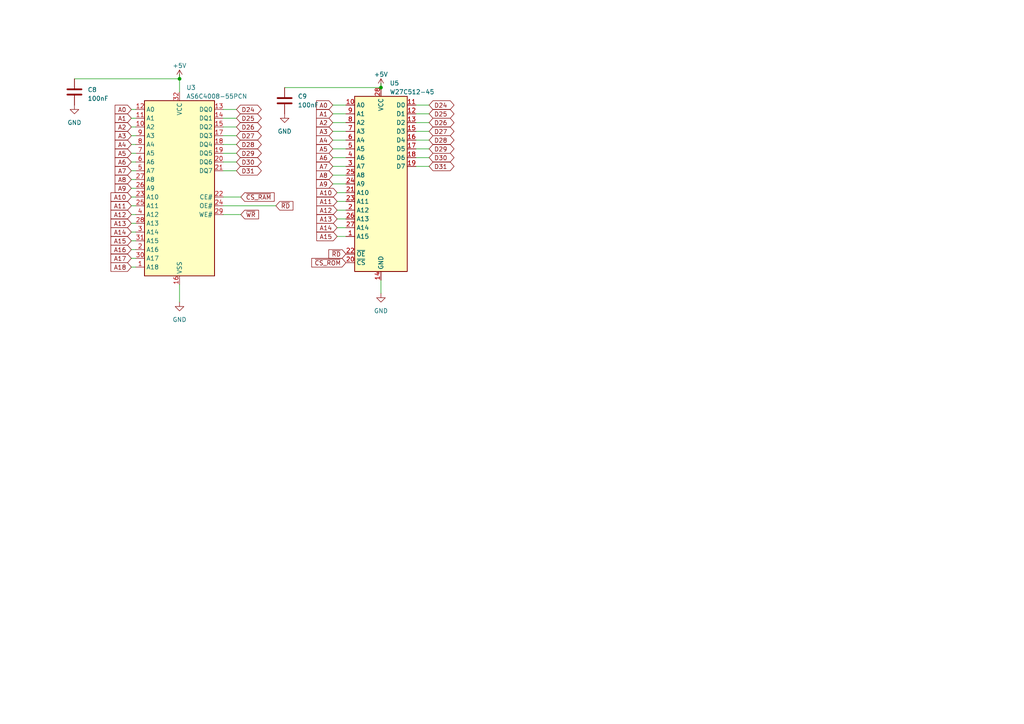
<source format=kicad_sch>
(kicad_sch (version 20230121) (generator eeschema)
  (paper "A4")
  (title_block (title "EC020-SBC") (date "2023-11-23") (rev "V0.12") (company "SVDW") (comment 1 "ROM + RAM"))
  (lib_symbols
    (symbol "Device:C" (pin_numbers hide) (pin_names (offset 0.254))
      (property "Reference" "C" (at 0.635 2.54 0))
      (property "Value" "C" (at 0.635 -2.54 0))
      (symbol "C_0_1"
        (polyline (pts (xy -2.032 -0.762) (xy 2.032 -0.762)) (stroke (width 0.508)))
        (polyline (pts (xy -2.032 0.762) (xy 2.032 0.762)) (stroke (width 0.508)))
      )
      (symbol "C_1_1"
        (pin passive line (at 0 3.81 270) (length 2.794) (name "~") (number "1"))
        (pin passive line (at 0 -3.81 90) (length 2.794) (name "~") (number "2"))
      )
    )
    (symbol "Memory_RAM:AS6C4008-55PCN"
      (property "Reference" "U" (at -10.16 26.035 0))
      (property "Value" "AS6C4008-55PCN" (at 2.54 26.035 0))
      (symbol "AS6C4008-55PCN_0_0"
        (pin power_in line (at 0 -27.94 90) (length 2.54) (name "VSS") (number "16"))
        (pin power_in line (at 0 27.94 270) (length 2.54) (name "VCC") (number "32"))
      )
      (symbol "AS6C4008-55PCN_0_1"
        (rectangle (start -10.16 25.4) (end 10.16 -25.4) (stroke (width 0.254)) (fill (type background)))
      )
      (symbol "AS6C4008-55PCN_1_1"
        (pin input line (at -12.7 -22.86 0) (length 2.54) (name "A18") (number "1"))
        (pin input line (at -12.7 17.78 0) (length 2.54) (name "A2") (number "10"))
        (pin input line (at -12.7 20.32 0) (length 2.54) (name "A1") (number "11"))
        (pin input line (at -12.7 22.86 0) (length 2.54) (name "A0") (number "12"))
        (pin tri_state line (at 12.7 22.86 180) (length 2.54) (name "DQ0") (number "13"))
        (pin tri_state line (at 12.7 20.32 180) (length 2.54) (name "DQ1") (number "14"))
        (pin tri_state line (at 12.7 17.78 180) (length 2.54) (name "DQ2") (number "15"))
        (pin tri_state line (at 12.7 15.24 180) (length 2.54) (name "DQ3") (number "17"))
        (pin tri_state line (at 12.7 12.7 180) (length 2.54) (name "DQ4") (number "18"))
        (pin tri_state line (at 12.7 10.16 180) (length 2.54) (name "DQ5") (number "19"))
        (pin input line (at -12.7 -17.78 0) (length 2.54) (name "A16") (number "2"))
        (pin tri_state line (at 12.7 7.62 180) (length 2.54) (name "DQ6") (number "20"))
        (pin tri_state line (at 12.7 5.08 180) (length 2.54) (name "DQ7") (number "21"))
        (pin input line (at 12.7 -2.54 180) (length 2.54) (name "CE#") (number "22"))
        (pin input line (at -12.7 -2.54 0) (length 2.54) (name "A10") (number "23"))
        (pin input line (at 12.7 -5.08 180) (length 2.54) (name "OE#") (number "24"))
        (pin input line (at -12.7 -5.08 0) (length 2.54) (name "A11") (number "25"))
        (pin input line (at -12.7 0 0) (length 2.54) (name "A9") (number "26"))
        (pin input line (at -12.7 2.54 0) (length 2.54) (name "A8") (number "27"))
        (pin input line (at -12.7 -10.16 0) (length 2.54) (name "A13") (number "28"))
        (pin input line (at 12.7 -7.62 180) (length 2.54) (name "WE#") (number "29"))
        (pin input line (at -12.7 -12.7 0) (length 2.54) (name "A14") (number "3"))
        (pin input line (at -12.7 -20.32 0) (length 2.54) (name "A17") (number "30"))
        (pin input line (at -12.7 -15.24 0) (length 2.54) (name "A15") (number "31"))
        (pin input line (at -12.7 -7.62 0) (length 2.54) (name "A12") (number "4"))
        (pin input line (at -12.7 5.08 0) (length 2.54) (name "A7") (number "5"))
        (pin input line (at -12.7 7.62 0) (length 2.54) (name "A6") (number "6"))
        (pin input line (at -12.7 10.16 0) (length 2.54) (name "A5") (number "7"))
        (pin input line (at -12.7 12.7 0) (length 2.54) (name "A4") (number "8"))
        (pin input line (at -12.7 15.24 0) (length 2.54) (name "A3") (number "9"))
      )
    )
    (symbol "SVW_custom_lib:W27C512"
      (property "Reference" "U" (at 0 0 0))
      (symbol "W27C512_1_1"
        (rectangle (start -6.35 27.94) (end 8.89 -22.86) (stroke (width 0.254)) (fill (type background)))
        (pin input line (at -8.89 -12.7 0) (length 2.54) (name "A15") (number "1"))
        (pin input line (at -8.89 25.4 0) (length 2.54) (name "A0") (number "10"))
        (pin tri_state line (at 11.43 25.4 180) (length 2.54) (name "D0") (number "11"))
        (pin tri_state line (at 11.43 22.86 180) (length 2.54) (name "D1") (number "12"))
        (pin tri_state line (at 11.43 20.32 180) (length 2.54) (name "D2") (number "13"))
        (pin power_in line (at 1.27 -25.4 90) (length 2.54) (name "GND") (number "14"))
        (pin tri_state line (at 11.43 17.78 180) (length 2.54) (name "D3") (number "15"))
        (pin tri_state line (at 11.43 15.24 180) (length 2.54) (name "D4") (number "16"))
        (pin tri_state line (at 11.43 12.7 180) (length 2.54) (name "D5") (number "17"))
        (pin tri_state line (at 11.43 10.16 180) (length 2.54) (name "D6") (number "18"))
        (pin tri_state line (at 11.43 7.62 180) (length 2.54) (name "D7") (number "19"))
        (pin input line (at -8.89 -5.08 0) (length 2.54) (name "A12") (number "2"))
        (pin input line (at -8.89 -20.32 0) (length 2.54) (name "~{CS}") (number "20"))
        (pin input line (at -8.89 0 0) (length 2.54) (name "A10") (number "21"))
        (pin input line (at -8.89 -17.78 0) (length 2.54) (name "~{OE}") (number "22"))
        (pin input line (at -8.89 -2.54 0) (length 2.54) (name "A11") (number "23"))
        (pin input line (at -8.89 2.54 0) (length 2.54) (name "A9") (number "24"))
        (pin input line (at -8.89 5.08 0) (length 2.54) (name "A8") (number "25"))
        (pin input line (at -8.89 -7.62 0) (length 2.54) (name "A13") (number "26"))
        (pin input line (at -8.89 -10.16 0) (length 2.54) (name "A14") (number "27"))
        (pin power_in line (at 1.27 30.48 270) (length 2.54) (name "VCC") (number "28"))
        (pin input line (at -8.89 7.62 0) (length 2.54) (name "A7") (number "3"))
        (pin input line (at -8.89 10.16 0) (length 2.54) (name "A6") (number "4"))
        (pin input line (at -8.89 12.7 0) (length 2.54) (name "A5") (number "5"))
        (pin input line (at -8.89 15.24 0) (length 2.54) (name "A4") (number "6"))
        (pin input line (at -8.89 17.78 0) (length 2.54) (name "A3") (number "7"))
        (pin input line (at -8.89 20.32 0) (length 2.54) (name "A2") (number "8"))
        (pin input line (at -8.89 22.86 0) (length 2.54) (name "A1") (number "9"))
      )
    )
    (symbol "power:+5V" (power) (pin_names (offset 0))
      (property "Value" "+5V" (at 0 3.556 0))
      (symbol "+5V_0_1"
        (polyline (pts (xy -0.762 1.27) (xy 0 2.54)))
        (polyline (pts (xy 0 0) (xy 0 2.54)))
        (polyline (pts (xy 0 2.54) (xy 0.762 1.27)))
      )
      (symbol "+5V_1_1"
        (pin power_in line (at 0 0 90) (length 0) hide (name "+5V") (number "1"))
      )
    )
    (symbol "power:GND" (power) (pin_names (offset 0))
      (property "Value" "GND" (at 0 -3.81 0))
      (symbol "GND_0_1"
        (polyline (pts (xy 0 0) (xy 0 -1.27) (xy 1.27 -1.27) (xy 0 -2.54) (xy -1.27 -1.27) (xy 0 -1.27)))
      )
      (symbol "GND_1_1"
        (pin power_in line (at 0 0 270) (length 0) hide (name "GND") (number "1"))
      )
    )
  )
  (junction (at 52.07 22.86))
  (junction (at 110.49 25.4))
  (wire (pts (xy 96.52 48.26) (xy 100.33 48.26)))
  (wire (pts (xy 38.1 54.61) (xy 39.37 54.61)))
  (wire (pts (xy 64.77 57.15) (xy 69.85 57.15)))
  (wire (pts (xy 52.07 82.55) (xy 52.07 87.63)))
  (wire (pts (xy 38.1 67.31) (xy 39.37 67.31)))
  (wire (pts (xy 82.55 25.4) (xy 110.49 25.4)))
  (wire (pts (xy 64.77 59.69) (xy 80.01 59.69)))
  (wire (pts (xy 38.1 57.15) (xy 39.37 57.15)))
  (wire (pts (xy 64.77 62.23) (xy 69.85 62.23)))
  (wire (pts (xy 97.79 55.88) (xy 100.33 55.88)))
  (wire (pts (xy 96.52 43.18) (xy 100.33 43.18)))
  (wire (pts (xy 38.1 49.53) (xy 39.37 49.53)))
  (wire (pts (xy 110.49 24.13) (xy 110.49 25.4)))
  (wire (pts (xy 38.1 62.23) (xy 39.37 62.23)))
  (wire (pts (xy 38.1 59.69) (xy 39.37 59.69)))
  (wire (pts (xy 64.77 34.29) (xy 68.58 34.29)))
  (wire (pts (xy 97.79 60.96) (xy 100.33 60.96)))
  (wire (pts (xy 52.07 22.86) (xy 52.07 26.67)))
  (wire (pts (xy 38.1 52.07) (xy 39.37 52.07)))
  (wire (pts (xy 120.65 38.1) (xy 124.46 38.1)))
  (wire (pts (xy 64.77 41.91) (xy 68.58 41.91)))
  (wire (pts (xy 64.77 49.53) (xy 68.58 49.53)))
  (wire (pts (xy 38.1 74.93) (xy 39.37 74.93)))
  (wire (pts (xy 21.59 22.86) (xy 52.07 22.86)))
  (wire (pts (xy 64.77 46.99) (xy 68.58 46.99)))
  (wire (pts (xy 96.52 53.34) (xy 100.33 53.34)))
  (wire (pts (xy 38.1 31.75) (xy 39.37 31.75)))
  (wire (pts (xy 120.65 40.64) (xy 124.46 40.64)))
  (wire (pts (xy 64.77 31.75) (xy 68.58 31.75)))
  (wire (pts (xy 96.52 35.56) (xy 100.33 35.56)))
  (wire (pts (xy 38.1 77.47) (xy 39.37 77.47)))
  (wire (pts (xy 96.52 38.1) (xy 100.33 38.1)))
  (wire (pts (xy 64.77 39.37) (xy 68.58 39.37)))
  (wire (pts (xy 38.1 36.83) (xy 39.37 36.83)))
  (wire (pts (xy 96.52 50.8) (xy 100.33 50.8)))
  (wire (pts (xy 120.65 48.26) (xy 124.46 48.26)))
  (wire (pts (xy 38.1 64.77) (xy 39.37 64.77)))
  (wire (pts (xy 110.49 81.28) (xy 110.49 85.09)))
  (wire (pts (xy 97.79 63.5) (xy 100.33 63.5)))
  (wire (pts (xy 120.65 30.48) (xy 124.46 30.48)))
  (wire (pts (xy 38.1 41.91) (xy 39.37 41.91)))
  (wire (pts (xy 38.1 72.39) (xy 39.37 72.39)))
  (wire (pts (xy 97.79 66.04) (xy 100.33 66.04)))
  (wire (pts (xy 96.52 33.02) (xy 100.33 33.02)))
  (wire (pts (xy 38.1 46.99) (xy 39.37 46.99)))
  (wire (pts (xy 96.52 45.72) (xy 100.33 45.72)))
  (wire (pts (xy 96.52 30.48) (xy 100.33 30.48)))
  (wire (pts (xy 97.79 58.42) (xy 100.33 58.42)))
  (wire (pts (xy 38.1 44.45) (xy 39.37 44.45)))
  (wire (pts (xy 120.65 43.18) (xy 124.46 43.18)))
  (wire (pts (xy 96.52 40.64) (xy 100.33 40.64)))
  (wire (pts (xy 38.1 34.29) (xy 39.37 34.29)))
  (wire (pts (xy 64.77 36.83) (xy 68.58 36.83)))
  (wire (pts (xy 120.65 33.02) (xy 124.46 33.02)))
  (wire (pts (xy 38.1 69.85) (xy 39.37 69.85)))
  (wire (pts (xy 120.65 35.56) (xy 124.46 35.56)))
  (wire (pts (xy 52.07 21.59) (xy 52.07 22.86)))
  (wire (pts (xy 97.79 68.58) (xy 100.33 68.58)))
  (wire (pts (xy 120.65 45.72) (xy 124.46 45.72)))
  (wire (pts (xy 64.77 44.45) (xy 68.58 44.45)))
  (wire (pts (xy 38.1 39.37) (xy 39.37 39.37)))
  (global_label "A9" (shape input) (at 96.52 53.34 180) (property "Intersheetrefs" "${INTERSHEET_REFS}" (effects hide)))
  (global_label "D30" (shape bidirectional) (at 124.46 45.72 0) (property "Intersheetrefs" "${INTERSHEET_REFS}" (effects hide)))
  (global_label "D31" (shape bidirectional) (at 68.58 49.53 0) (property "Intersheetrefs" "${INTERSHEET_REFS}" (effects hide)))
  (global_label "~{WR}" (shape input) (at 69.85 62.23 0) (property "Intersheetrefs" "${INTERSHEET_REFS}" (effects hide)))
  (global_label "D31" (shape bidirectional) (at 124.46 48.26 0) (property "Intersheetrefs" "${INTERSHEET_REFS}" (effects hide)))
  (global_label "A7" (shape input) (at 96.52 48.26 180) (property "Intersheetrefs" "${INTERSHEET_REFS}" (effects hide)))
  (global_label "A6" (shape input) (at 96.52 45.72 180) (property "Intersheetrefs" "${INTERSHEET_REFS}" (effects hide)))
  (global_label "A5" (shape input) (at 96.52 43.18 180) (property "Intersheetrefs" "${INTERSHEET_REFS}" (effects hide)))
  (global_label "~{CS_ROM}" (shape input) (at 100.33 76.2 180) (property "Intersheetrefs" "${INTERSHEET_REFS}" (effects hide)))
  (global_label "A0" (shape input) (at 38.1 31.75 180) (property "Intersheetrefs" "${INTERSHEET_REFS}" (effects hide)))
  (global_label "A10" (shape input) (at 97.79 55.88 180) (property "Intersheetrefs" "${INTERSHEET_REFS}" (effects hide)))
  (global_label "A12" (shape input) (at 97.79 60.96 180) (property "Intersheetrefs" "${INTERSHEET_REFS}" (effects hide)))
  (global_label "A4" (shape input) (at 96.52 40.64 180) (property "Intersheetrefs" "${INTERSHEET_REFS}" (effects hide)))
  (global_label "D29" (shape bidirectional) (at 68.58 44.45 0) (property "Intersheetrefs" "${INTERSHEET_REFS}" (effects hide)))
  (global_label "A8" (shape input) (at 96.52 50.8 180) (property "Intersheetrefs" "${INTERSHEET_REFS}" (effects hide)))
  (global_label "A1" (shape input) (at 96.52 33.02 180) (property "Intersheetrefs" "${INTERSHEET_REFS}" (effects hide)))
  (global_label "A13" (shape input) (at 38.1 64.77 180) (property "Intersheetrefs" "${INTERSHEET_REFS}" (effects hide)))
  (global_label "~{RD}" (shape input) (at 100.33 73.66 180) (property "Intersheetrefs" "${INTERSHEET_REFS}" (effects hide)))
  (global_label "~{CS_RAM}" (shape input) (at 69.85 57.15 0) (property "Intersheetrefs" "${INTERSHEET_REFS}" (effects hide)))
  (global_label "A13" (shape input) (at 97.79 63.5 180) (property "Intersheetrefs" "${INTERSHEET_REFS}" (effects hide)))
  (global_label "A10" (shape input) (at 38.1 57.15 180) (property "Intersheetrefs" "${INTERSHEET_REFS}" (effects hide)))
  (global_label "D30" (shape bidirectional) (at 68.58 46.99 0) (property "Intersheetrefs" "${INTERSHEET_REFS}" (effects hide)))
  (global_label "A15" (shape input) (at 38.1 69.85 180) (property "Intersheetrefs" "${INTERSHEET_REFS}" (effects hide)))
  (global_label "A4" (shape input) (at 38.1 41.91 180) (property "Intersheetrefs" "${INTERSHEET_REFS}" (effects hide)))
  (global_label "A9" (shape input) (at 38.1 54.61 180) (property "Intersheetrefs" "${INTERSHEET_REFS}" (effects hide)))
  (global_label "D26" (shape bidirectional) (at 68.58 36.83 0) (property "Intersheetrefs" "${INTERSHEET_REFS}" (effects hide)))
  (global_label "A5" (shape input) (at 38.1 44.45 180) (property "Intersheetrefs" "${INTERSHEET_REFS}" (effects hide)))
  (global_label "A16" (shape input) (at 38.1 72.39 180) (property "Intersheetrefs" "${INTERSHEET_REFS}" (effects hide)))
  (global_label "D27" (shape bidirectional) (at 68.58 39.37 0) (property "Intersheetrefs" "${INTERSHEET_REFS}" (effects hide)))
  (global_label "D28" (shape bidirectional) (at 68.58 41.91 0) (property "Intersheetrefs" "${INTERSHEET_REFS}" (effects hide)))
  (global_label "A0" (shape input) (at 96.52 30.48 180) (property "Intersheetrefs" "${INTERSHEET_REFS}" (effects hide)))
  (global_label "A14" (shape input) (at 38.1 67.31 180) (property "Intersheetrefs" "${INTERSHEET_REFS}" (effects hide)))
  (global_label "A3" (shape input) (at 96.52 38.1 180) (property "Intersheetrefs" "${INTERSHEET_REFS}" (effects hide)))
  (global_label "D24" (shape bidirectional) (at 68.58 31.75 0) (property "Intersheetrefs" "${INTERSHEET_REFS}" (effects hide)))
  (global_label "D26" (shape bidirectional) (at 124.46 35.56 0) (property "Intersheetrefs" "${INTERSHEET_REFS}" (effects hide)))
  (global_label "D29" (shape bidirectional) (at 124.46 43.18 0) (property "Intersheetrefs" "${INTERSHEET_REFS}" (effects hide)))
  (global_label "A2" (shape input) (at 38.1 36.83 180) (property "Intersheetrefs" "${INTERSHEET_REFS}" (effects hide)))
  (global_label "A3" (shape input) (at 38.1 39.37 180) (property "Intersheetrefs" "${INTERSHEET_REFS}" (effects hide)))
  (global_label "D28" (shape bidirectional) (at 124.46 40.64 0) (property "Intersheetrefs" "${INTERSHEET_REFS}" (effects hide)))
  (global_label "A12" (shape input) (at 38.1 62.23 180) (property "Intersheetrefs" "${INTERSHEET_REFS}" (effects hide)))
  (global_label "A17" (shape input) (at 38.1 74.93 180) (property "Intersheetrefs" "${INTERSHEET_REFS}" (effects hide)))
  (global_label "D25" (shape bidirectional) (at 68.58 34.29 0) (property "Intersheetrefs" "${INTERSHEET_REFS}" (effects hide)))
  (global_label "A1" (shape input) (at 38.1 34.29 180) (property "Intersheetrefs" "${INTERSHEET_REFS}" (effects hide)))
  (global_label "A14" (shape input) (at 97.79 66.04 180) (property "Intersheetrefs" "${INTERSHEET_REFS}" (effects hide)))
  (global_label "D25" (shape bidirectional) (at 124.46 33.02 0) (property "Intersheetrefs" "${INTERSHEET_REFS}" (effects hide)))
  (global_label "A15" (shape input) (at 97.79 68.58 180) (property "Intersheetrefs" "${INTERSHEET_REFS}" (effects hide)))
  (global_label "A8" (shape input) (at 38.1 52.07 180) (property "Intersheetrefs" "${INTERSHEET_REFS}" (effects hide)))
  (global_label "A11" (shape input) (at 38.1 59.69 180) (property "Intersheetrefs" "${INTERSHEET_REFS}" (effects hide)))
  (global_label "~{RD}" (shape input) (at 80.01 59.69 0) (property "Intersheetrefs" "${INTERSHEET_REFS}" (effects hide)))
  (global_label "D24" (shape bidirectional) (at 124.46 30.48 0) (property "Intersheetrefs" "${INTERSHEET_REFS}" (effects hide)))
  (global_label "A2" (shape input) (at 96.52 35.56 180) (property "Intersheetrefs" "${INTERSHEET_REFS}" (effects hide)))
  (global_label "A11" (shape input) (at 97.79 58.42 180) (property "Intersheetrefs" "${INTERSHEET_REFS}" (effects hide)))
  (global_label "A7" (shape input) (at 38.1 49.53 180) (property "Intersheetrefs" "${INTERSHEET_REFS}" (effects hide)))
  (global_label "A18" (shape input) (at 38.1 77.47 180) (property "Intersheetrefs" "${INTERSHEET_REFS}" (effects hide)))
  (global_label "D27" (shape bidirectional) (at 124.46 38.1 0) (property "Intersheetrefs" "${INTERSHEET_REFS}" (effects hide)))
  (global_label "A6" (shape input) (at 38.1 46.99 180) (property "Intersheetrefs" "${INTERSHEET_REFS}" (effects hide)))
  (symbol (lib_id "power:GND") (at 21.59 30.48 0) (unit 1)
    (property "Reference" "#PWR018" (effects hide))
    (property "Value" "GND" (at 21.59 35.56 0))
  )
  (symbol (lib_id "SVW_custom_lib:W27C512") (at 109.22 55.88 0) (unit 1)
    (property "Reference" "U5" (at 113.03 24.13 0) (effects (justify left)))
    (property "Value" "W27C512-45" (at 113.03 26.67 0) (effects (justify left)))
    (property "Footprint" "Package_DIP:DIP-28_W15.24mm_Socket_LongPads" (effects hide))
  )
  (symbol (lib_id "power:+5V") (at 52.07 22.86 0) (unit 1)
    (property "Reference" "#PWR019" (effects hide))
    (property "Value" "+5V" (at 52.07 19.05 0))
  )
  (symbol (lib_id "power:GND") (at 52.07 87.63 0) (unit 1)
    (property "Reference" "#PWR06" (effects hide))
    (property "Value" "GND" (at 52.07 92.71 0))
    (instances (project "MC68EC020_SBC" (path "" (reference "#PWR06") (unit 1)) (path "" (reference "#PWR020") (unit 1))))
  )
  (symbol (lib_id "power:GND") (at 82.55 33.02 0) (unit 1)
    (property "Reference" "#PWR021" (effects hide))
    (property "Value" "GND" (at 82.55 38.1 0))
  )
  (symbol (lib_id "Device:C") (at 21.59 26.67 0) (unit 1)
    (property "Reference" "C8" (at 25.4 26.035 0) (effects (justify left)))
    (property "Value" "100nF" (at 25.4 28.575 0) (effects (justify left)))
    (property "Footprint" "Capacitor_THT:C_Disc_D7.0mm_W2.5mm_P5.00mm" (effects hide))
  )
  (symbol (lib_id "Device:C") (at 82.55 29.21 0) (unit 1)
    (property "Reference" "C9" (at 86.36 27.94 0) (effects (justify left)))
    (property "Value" "100nF" (at 86.36 30.48 0) (effects (justify left)))
    (property "Footprint" "Capacitor_THT:C_Disc_D7.0mm_W2.5mm_P5.00mm" (effects hide))
  )
  (symbol (lib_id "power:GND") (at 110.49 85.09 0) (unit 1)
    (property "Reference" "#PWR023" (effects hide))
    (property "Value" "GND" (at 110.49 90.17 0))
  )
  (symbol (lib_id "power:+5V") (at 110.49 25.4 0) (unit 1)
    (property "Reference" "#PWR022" (effects hide))
    (property "Value" "+5V" (at 110.49 21.59 0))
  )
  (symbol (lib_id "Memory_RAM:AS6C4008-55PCN") (at 52.07 54.61 0) (unit 1)
    (property "Reference" "U3" (at 54.0259 25.4 0) (effects (justify left)))
    (property "Value" "AS6C4008-55PCN" (at 54.0259 27.94 0) (effects (justify left)))
    (property "Footprint" "Package_DIP:DIP-32_W15.24mm_Socket_LongPads" (effects hide))
    (property "Datasheet" "https://www.alliancememory.com/wp-content/uploads/pdf/AS6C4008.pdf" (effects hide))
    (instances (project "MC68EC020_SBC" (path "" (reference "U3") (unit 1)) (path "" (reference "U4") (unit 1))))
  )
)
</source>
